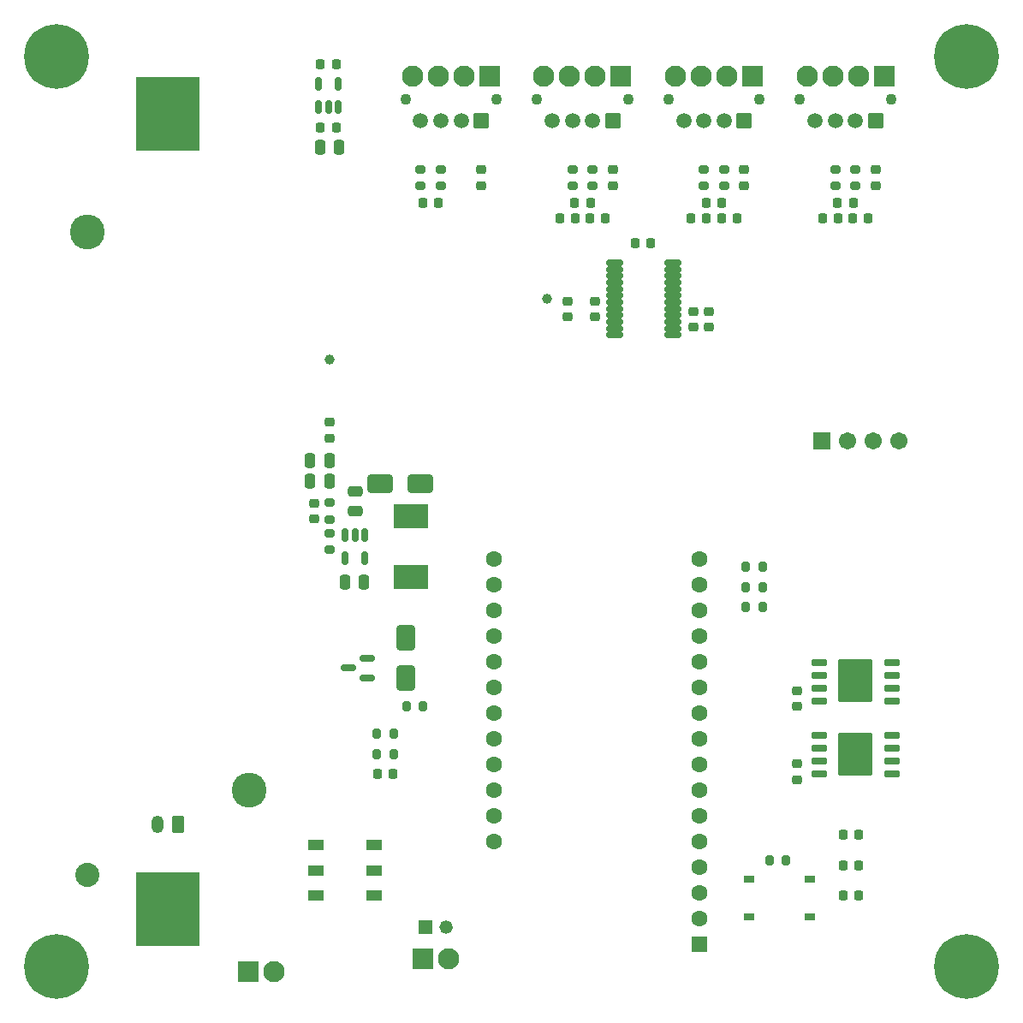
<source format=gbr>
%TF.GenerationSoftware,KiCad,Pcbnew,7.0.6*%
%TF.CreationDate,2024-06-14T01:31:42+02:00*%
%TF.ProjectId,SoliDAQ,536f6c69-4441-4512-9e6b-696361645f70,rev?*%
%TF.SameCoordinates,Original*%
%TF.FileFunction,Soldermask,Top*%
%TF.FilePolarity,Negative*%
%FSLAX46Y46*%
G04 Gerber Fmt 4.6, Leading zero omitted, Abs format (unit mm)*
G04 Created by KiCad (PCBNEW 7.0.6) date 2024-06-14 01:31:42*
%MOMM*%
%LPD*%
G01*
G04 APERTURE LIST*
G04 Aperture macros list*
%AMRoundRect*
0 Rectangle with rounded corners*
0 $1 Rounding radius*
0 $2 $3 $4 $5 $6 $7 $8 $9 X,Y pos of 4 corners*
0 Add a 4 corners polygon primitive as box body*
4,1,4,$2,$3,$4,$5,$6,$7,$8,$9,$2,$3,0*
0 Add four circle primitives for the rounded corners*
1,1,$1+$1,$2,$3*
1,1,$1+$1,$4,$5*
1,1,$1+$1,$6,$7*
1,1,$1+$1,$8,$9*
0 Add four rect primitives between the rounded corners*
20,1,$1+$1,$2,$3,$4,$5,0*
20,1,$1+$1,$4,$5,$6,$7,0*
20,1,$1+$1,$6,$7,$8,$9,0*
20,1,$1+$1,$8,$9,$2,$3,0*%
G04 Aperture macros list end*
%ADD10RoundRect,0.250000X-0.250000X-0.475000X0.250000X-0.475000X0.250000X0.475000X-0.250000X0.475000X0*%
%ADD11RoundRect,0.225000X-0.250000X0.225000X-0.250000X-0.225000X0.250000X-0.225000X0.250000X0.225000X0*%
%ADD12RoundRect,0.225000X0.250000X-0.225000X0.250000X0.225000X-0.250000X0.225000X-0.250000X-0.225000X0*%
%ADD13RoundRect,0.200000X0.275000X-0.200000X0.275000X0.200000X-0.275000X0.200000X-0.275000X-0.200000X0*%
%ADD14RoundRect,0.218750X-0.218750X-0.256250X0.218750X-0.256250X0.218750X0.256250X-0.218750X0.256250X0*%
%ADD15RoundRect,0.200000X0.200000X0.275000X-0.200000X0.275000X-0.200000X-0.275000X0.200000X-0.275000X0*%
%ADD16C,1.000000*%
%ADD17RoundRect,0.250000X0.250000X0.475000X-0.250000X0.475000X-0.250000X-0.475000X0.250000X-0.475000X0*%
%ADD18R,2.100000X2.100000*%
%ADD19C,2.100000*%
%ADD20RoundRect,0.200000X-0.200000X-0.275000X0.200000X-0.275000X0.200000X0.275000X-0.200000X0.275000X0*%
%ADD21RoundRect,0.250000X-0.475000X0.250000X-0.475000X-0.250000X0.475000X-0.250000X0.475000X0.250000X0*%
%ADD22RoundRect,0.218750X0.256250X-0.218750X0.256250X0.218750X-0.256250X0.218750X-0.256250X-0.218750X0*%
%ADD23RoundRect,0.150000X0.587500X0.150000X-0.587500X0.150000X-0.587500X-0.150000X0.587500X-0.150000X0*%
%ADD24RoundRect,0.250000X-0.650000X1.000000X-0.650000X-1.000000X0.650000X-1.000000X0.650000X1.000000X0*%
%ADD25RoundRect,0.250000X-1.000000X-0.650000X1.000000X-0.650000X1.000000X0.650000X-1.000000X0.650000X0*%
%ADD26C,0.800000*%
%ADD27C,6.400000*%
%ADD28RoundRect,0.225000X0.225000X0.250000X-0.225000X0.250000X-0.225000X-0.250000X0.225000X-0.250000X0*%
%ADD29RoundRect,0.225000X-0.225000X-0.250000X0.225000X-0.250000X0.225000X0.250000X-0.225000X0.250000X0*%
%ADD30C,1.100000*%
%ADD31RoundRect,0.102000X-0.654000X-0.654000X0.654000X-0.654000X0.654000X0.654000X-0.654000X0.654000X0*%
%ADD32C,1.512000*%
%ADD33R,1.500000X1.000000*%
%ADD34RoundRect,0.102000X-0.754000X-0.754000X0.754000X-0.754000X0.754000X0.754000X-0.754000X0.754000X0*%
%ADD35C,1.712000*%
%ADD36R,3.500000X2.350000*%
%ADD37RoundRect,0.150000X0.650000X0.150000X-0.650000X0.150000X-0.650000X-0.150000X0.650000X-0.150000X0*%
%ADD38RoundRect,0.170000X1.530000X1.980000X-1.530000X1.980000X-1.530000X-1.980000X1.530000X-1.980000X0*%
%ADD39R,1.600000X1.600000*%
%ADD40C,1.600000*%
%ADD41RoundRect,0.200000X-0.275000X0.200000X-0.275000X-0.200000X0.275000X-0.200000X0.275000X0.200000X0*%
%ADD42R,1.000000X0.750000*%
%ADD43R,1.320800X1.320800*%
%ADD44C,1.320800*%
%ADD45RoundRect,0.150000X0.150000X-0.512500X0.150000X0.512500X-0.150000X0.512500X-0.150000X-0.512500X0*%
%ADD46C,2.390000*%
%ADD47C,3.450000*%
%ADD48R,6.350000X7.340000*%
%ADD49RoundRect,0.204500X0.642500X0.102500X-0.642500X0.102500X-0.642500X-0.102500X0.642500X-0.102500X0*%
%ADD50RoundRect,0.204500X-0.642500X-0.102500X0.642500X-0.102500X0.642500X0.102500X-0.642500X0.102500X0*%
%ADD51RoundRect,0.250000X0.350000X0.625000X-0.350000X0.625000X-0.350000X-0.625000X0.350000X-0.625000X0*%
%ADD52O,1.200000X1.750000*%
%ADD53RoundRect,0.150000X-0.150000X0.512500X-0.150000X-0.512500X0.150000X-0.512500X0.150000X0.512500X0*%
G04 APERTURE END LIST*
D10*
%TO.C,C30*%
X111050000Y-69000000D03*
X112950000Y-69000000D03*
%TD*%
D11*
%TO.C,C29*%
X135500000Y-85775000D03*
X135500000Y-84225000D03*
%TD*%
D12*
%TO.C,C27*%
X158250000Y-124275000D03*
X158250000Y-122725000D03*
%TD*%
D13*
%TO.C,R9*%
X136000000Y-72825000D03*
X136000000Y-71175000D03*
%TD*%
D14*
%TO.C,D3*%
X162750000Y-140000000D03*
X164325000Y-140000000D03*
%TD*%
D11*
%TO.C,C2*%
X166000000Y-71225000D03*
X166000000Y-72775000D03*
%TD*%
D15*
%TO.C,R2*%
X118325000Y-129000000D03*
X116675000Y-129000000D03*
%TD*%
D16*
%TO.C,TP1*%
X112000000Y-90000000D03*
%TD*%
D11*
%TO.C,C26*%
X148000000Y-85225000D03*
X148000000Y-86775000D03*
%TD*%
D17*
%TO.C,C20*%
X111950000Y-102000000D03*
X110050000Y-102000000D03*
%TD*%
D18*
%TO.C,J12*%
X127815000Y-62000000D03*
D19*
X125275000Y-62000000D03*
X122735000Y-62000000D03*
X120195000Y-62000000D03*
%TD*%
D20*
%TO.C,R16*%
X153175000Y-110500000D03*
X154825000Y-110500000D03*
%TD*%
D11*
%TO.C,C16*%
X127000000Y-71225000D03*
X127000000Y-72775000D03*
%TD*%
D13*
%TO.C,R12*%
X123000000Y-72825000D03*
X123000000Y-71175000D03*
%TD*%
D14*
%TO.C,D4*%
X162750000Y-143000000D03*
X164325000Y-143000000D03*
%TD*%
D21*
%TO.C,C22*%
X114500000Y-103050000D03*
X114500000Y-104950000D03*
%TD*%
D22*
%TO.C,F1*%
X112000000Y-97787500D03*
X112000000Y-96212500D03*
%TD*%
D23*
%TO.C,Q1*%
X115687500Y-121450000D03*
X115687500Y-119550000D03*
X113812500Y-120500000D03*
%TD*%
D11*
%TO.C,C3*%
X153000000Y-71225000D03*
X153000000Y-72775000D03*
%TD*%
D24*
%TO.C,D1*%
X119500000Y-117500000D03*
X119500000Y-121500000D03*
%TD*%
D25*
%TO.C,D2*%
X117000000Y-102250000D03*
X121000000Y-102250000D03*
%TD*%
D12*
%TO.C,C25*%
X138250000Y-84225000D03*
X138250000Y-85775000D03*
%TD*%
D19*
%TO.C,J1*%
X106500000Y-150500000D03*
D18*
X103960000Y-150500000D03*
%TD*%
D26*
%TO.C,H3*%
X82600000Y-150000000D03*
X83302944Y-148302944D03*
X83302944Y-151697056D03*
X85000000Y-147600000D03*
D27*
X85000000Y-150000000D03*
D26*
X85000000Y-152400000D03*
X86697056Y-148302944D03*
X86697056Y-151697056D03*
X87400000Y-150000000D03*
%TD*%
D28*
%TO.C,C28*%
X143775000Y-78500000D03*
X142225000Y-78500000D03*
%TD*%
D26*
%TO.C,H4*%
X172600000Y-150000000D03*
X173302944Y-148302944D03*
X173302944Y-151697056D03*
X175000000Y-147600000D03*
D27*
X175000000Y-150000000D03*
D26*
X175000000Y-152400000D03*
X176697056Y-148302944D03*
X176697056Y-151697056D03*
X177400000Y-150000000D03*
%TD*%
D29*
%TO.C,C14*%
X111087500Y-67050000D03*
X112637500Y-67050000D03*
%TD*%
D28*
%TO.C,C12*%
X137775000Y-74500000D03*
X136225000Y-74500000D03*
%TD*%
D11*
%TO.C,C24*%
X149500000Y-85225000D03*
X149500000Y-86775000D03*
%TD*%
D30*
%TO.C,J11*%
X132500000Y-64275000D03*
X141500000Y-64275000D03*
D31*
X140000000Y-66375000D03*
D32*
X138000000Y-66375000D03*
X136000000Y-66375000D03*
X134000000Y-66375000D03*
%TD*%
D33*
%TO.C,SW1*%
X110640000Y-143000000D03*
X110640000Y-140500000D03*
X110640000Y-138000000D03*
X116360000Y-143000000D03*
X116360000Y-140500000D03*
X116360000Y-138000000D03*
%TD*%
D28*
%TO.C,C6*%
X163775000Y-74500000D03*
X162225000Y-74500000D03*
%TD*%
D11*
%TO.C,C19*%
X110500000Y-104225000D03*
X110500000Y-105775000D03*
%TD*%
D34*
%TO.C,J14*%
X160690000Y-98000000D03*
D35*
X163230000Y-98000000D03*
X165770000Y-98000000D03*
X168310000Y-98000000D03*
%TD*%
D29*
%TO.C,C15*%
X111087500Y-60750000D03*
X112637500Y-60750000D03*
%TD*%
D28*
%TO.C,C5*%
X165275000Y-76000000D03*
X163725000Y-76000000D03*
%TD*%
D36*
%TO.C,L1*%
X120000000Y-111525000D03*
X120000000Y-105475000D03*
%TD*%
D37*
%TO.C,U5*%
X167600000Y-131005000D03*
X167600000Y-129735000D03*
X167600000Y-128465000D03*
X167600000Y-127195000D03*
X160400000Y-127195000D03*
X160400000Y-128465000D03*
X160400000Y-129735000D03*
X160400000Y-131005000D03*
D38*
X164000000Y-129000000D03*
%TD*%
D39*
%TO.C,A1*%
X148552500Y-147800000D03*
D40*
X148552500Y-145260000D03*
X148552500Y-142720000D03*
X148552500Y-140180000D03*
X148552500Y-137640000D03*
X148552500Y-135100000D03*
X148552500Y-132560000D03*
X148552500Y-130020000D03*
X148552500Y-127480000D03*
X148552500Y-124940000D03*
X148552500Y-122400000D03*
X148552500Y-119860000D03*
X148552500Y-117320000D03*
X148552500Y-114780000D03*
X148552500Y-112240000D03*
X148552500Y-109700000D03*
X128232500Y-109700000D03*
X128232500Y-112240000D03*
X128232500Y-114780000D03*
X128232500Y-117320000D03*
X128232500Y-119860000D03*
X128232500Y-122400000D03*
X128232500Y-124940000D03*
X128232500Y-127480000D03*
X128232500Y-130020000D03*
X128232500Y-132560000D03*
X128232500Y-135100000D03*
X128232500Y-137640000D03*
%TD*%
D41*
%TO.C,R11*%
X121000000Y-71175000D03*
X121000000Y-72825000D03*
%TD*%
D42*
%TO.C,SW2*%
X153500000Y-141375000D03*
X159500000Y-141375000D03*
X153500000Y-145125000D03*
X159500000Y-145125000D03*
%TD*%
D43*
%TO.C,J5*%
X121499999Y-146154699D03*
D44*
X123500000Y-146154699D03*
%TD*%
D28*
%TO.C,C13*%
X136275000Y-76000000D03*
X134725000Y-76000000D03*
%TD*%
D13*
%TO.C,R7*%
X149000000Y-72825000D03*
X149000000Y-71175000D03*
%TD*%
D20*
%TO.C,R1*%
X116675000Y-127000000D03*
X118325000Y-127000000D03*
%TD*%
D18*
%TO.C,J8*%
X140815000Y-62000000D03*
D19*
X138275000Y-62000000D03*
X135735000Y-62000000D03*
X133195000Y-62000000D03*
%TD*%
D28*
%TO.C,C9*%
X150775000Y-74500000D03*
X149225000Y-74500000D03*
%TD*%
%TO.C,C10*%
X149275000Y-76000000D03*
X147725000Y-76000000D03*
%TD*%
D37*
%TO.C,U3*%
X167600000Y-123755000D03*
X167600000Y-122485000D03*
X167600000Y-121215000D03*
X167600000Y-119945000D03*
X160400000Y-119945000D03*
X160400000Y-121215000D03*
X160400000Y-122485000D03*
X160400000Y-123755000D03*
D38*
X164000000Y-121750000D03*
%TD*%
D28*
%TO.C,C8*%
X152275000Y-76000000D03*
X150725000Y-76000000D03*
%TD*%
D30*
%TO.C,J10*%
X145500000Y-64275000D03*
X154500000Y-64275000D03*
D31*
X153000000Y-66375000D03*
D32*
X151000000Y-66375000D03*
X149000000Y-66375000D03*
X147000000Y-66375000D03*
%TD*%
D28*
%TO.C,C7*%
X162275000Y-76000000D03*
X160725000Y-76000000D03*
%TD*%
D20*
%TO.C,R15*%
X153175000Y-112500000D03*
X154825000Y-112500000D03*
%TD*%
D45*
%TO.C,U1*%
X110912500Y-64975000D03*
X111862500Y-64975000D03*
X112812500Y-64975000D03*
X112812500Y-62700000D03*
X110912500Y-62700000D03*
%TD*%
D41*
%TO.C,R14*%
X112000000Y-107175000D03*
X112000000Y-108825000D03*
%TD*%
D17*
%TO.C,C21*%
X111950000Y-100000000D03*
X110050000Y-100000000D03*
%TD*%
D30*
%TO.C,J13*%
X119500000Y-64275000D03*
X128500000Y-64275000D03*
D31*
X127000000Y-66375000D03*
D32*
X125000000Y-66375000D03*
X123000000Y-66375000D03*
X121000000Y-66375000D03*
%TD*%
D12*
%TO.C,C23*%
X158250000Y-131525000D03*
X158250000Y-129975000D03*
%TD*%
D14*
%TO.C,D5*%
X162750000Y-137000000D03*
X164325000Y-137000000D03*
%TD*%
D20*
%TO.C,R10*%
X155500000Y-139500000D03*
X157150000Y-139500000D03*
%TD*%
D46*
%TO.C,J3*%
X88000000Y-140930000D03*
D47*
X104000000Y-132600000D03*
X88000000Y-77400000D03*
D48*
X96000000Y-144330000D03*
X96000000Y-65670000D03*
%TD*%
D28*
%TO.C,C1*%
X118275000Y-131000000D03*
X116725000Y-131000000D03*
%TD*%
D16*
%TO.C,TP2*%
X133500000Y-84000000D03*
%TD*%
D41*
%TO.C,R4*%
X164000000Y-71175000D03*
X164000000Y-72825000D03*
%TD*%
D18*
%TO.C,J7*%
X166815000Y-62000000D03*
D19*
X164275000Y-62000000D03*
X161735000Y-62000000D03*
X159195000Y-62000000D03*
%TD*%
D49*
%TO.C,U4*%
X145945000Y-87575000D03*
X145945000Y-86925000D03*
X145945000Y-86275000D03*
X145945000Y-85625000D03*
X145945000Y-84975000D03*
X145945000Y-84325000D03*
X145945000Y-83675000D03*
X145945000Y-83025000D03*
X145945000Y-82375000D03*
X145945000Y-81725000D03*
X145945000Y-81075000D03*
X145945000Y-80425000D03*
D50*
X140205000Y-80425000D03*
X140205000Y-81075000D03*
X140205000Y-81725000D03*
X140205000Y-82375000D03*
X140205000Y-83025000D03*
X140205000Y-83675000D03*
X140205000Y-84325000D03*
X140205000Y-84975000D03*
X140205000Y-85625000D03*
X140205000Y-86275000D03*
X140205000Y-86925000D03*
X140205000Y-87575000D03*
%TD*%
D17*
%TO.C,C17*%
X115400000Y-112000000D03*
X113500000Y-112000000D03*
%TD*%
D11*
%TO.C,C4*%
X140000000Y-71225000D03*
X140000000Y-72775000D03*
%TD*%
D41*
%TO.C,R8*%
X138000000Y-71175000D03*
X138000000Y-72825000D03*
%TD*%
D18*
%TO.C,J4*%
X121210000Y-149250000D03*
D19*
X123750000Y-149250000D03*
%TD*%
D28*
%TO.C,C11*%
X139275000Y-76000000D03*
X137725000Y-76000000D03*
%TD*%
D26*
%TO.C,H1*%
X82600000Y-60000000D03*
X83302944Y-58302944D03*
X83302944Y-61697056D03*
X85000000Y-57600000D03*
D27*
X85000000Y-60000000D03*
D26*
X85000000Y-62400000D03*
X86697056Y-58302944D03*
X86697056Y-61697056D03*
X87400000Y-60000000D03*
%TD*%
D18*
%TO.C,J6*%
X153815000Y-62000000D03*
D19*
X151275000Y-62000000D03*
X148735000Y-62000000D03*
X146195000Y-62000000D03*
%TD*%
D51*
%TO.C,J2*%
X97000000Y-135950000D03*
D52*
X95000000Y-135950000D03*
%TD*%
D13*
%TO.C,R5*%
X162000000Y-72825000D03*
X162000000Y-71175000D03*
%TD*%
D41*
%TO.C,R13*%
X112000000Y-104175000D03*
X112000000Y-105825000D03*
%TD*%
D20*
%TO.C,R17*%
X153175000Y-114500000D03*
X154825000Y-114500000D03*
%TD*%
D28*
%TO.C,C18*%
X122775000Y-74500000D03*
X121225000Y-74500000D03*
%TD*%
D20*
%TO.C,R3*%
X119600000Y-124250000D03*
X121250000Y-124250000D03*
%TD*%
D26*
%TO.C,H2*%
X172600000Y-60000000D03*
X173302944Y-58302944D03*
X173302944Y-61697056D03*
X175000000Y-57600000D03*
D27*
X175000000Y-60000000D03*
D26*
X175000000Y-62400000D03*
X176697056Y-58302944D03*
X176697056Y-61697056D03*
X177400000Y-60000000D03*
%TD*%
D41*
%TO.C,R6*%
X151000000Y-71175000D03*
X151000000Y-72825000D03*
%TD*%
D30*
%TO.C,J9*%
X158500000Y-64275000D03*
X167500000Y-64275000D03*
D31*
X166000000Y-66375000D03*
D32*
X164000000Y-66375000D03*
X162000000Y-66375000D03*
X160000000Y-66375000D03*
%TD*%
D53*
%TO.C,U2*%
X115450000Y-107362500D03*
X114500000Y-107362500D03*
X113550000Y-107362500D03*
X113550000Y-109637500D03*
X115450000Y-109637500D03*
%TD*%
M02*

</source>
